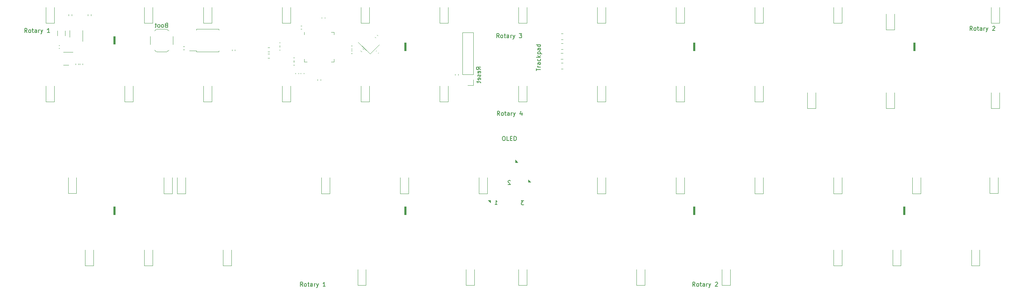
<source format=gbr>
%TF.GenerationSoftware,KiCad,Pcbnew,(6.0.7)*%
%TF.CreationDate,2023-02-03T16:15:22+01:00*%
%TF.ProjectId,alpha-curISO_rp2040,616c7068-612d-4637-9572-49534f5f7270,rev?*%
%TF.SameCoordinates,Original*%
%TF.FileFunction,Legend,Bot*%
%TF.FilePolarity,Positive*%
%FSLAX46Y46*%
G04 Gerber Fmt 4.6, Leading zero omitted, Abs format (unit mm)*
G04 Created by KiCad (PCBNEW (6.0.7)) date 2023-02-03 16:15:22*
%MOMM*%
%LPD*%
G01*
G04 APERTURE LIST*
%ADD10C,0.150000*%
%ADD11C,0.120000*%
%ADD12C,0.100000*%
G04 APERTURE END LIST*
D10*
X192516428Y-124658380D02*
X192183095Y-124182190D01*
X191945000Y-124658380D02*
X191945000Y-123658380D01*
X192325952Y-123658380D01*
X192421190Y-123706000D01*
X192468809Y-123753619D01*
X192516428Y-123848857D01*
X192516428Y-123991714D01*
X192468809Y-124086952D01*
X192421190Y-124134571D01*
X192325952Y-124182190D01*
X191945000Y-124182190D01*
X193087857Y-124658380D02*
X192992619Y-124610761D01*
X192945000Y-124563142D01*
X192897380Y-124467904D01*
X192897380Y-124182190D01*
X192945000Y-124086952D01*
X192992619Y-124039333D01*
X193087857Y-123991714D01*
X193230714Y-123991714D01*
X193325952Y-124039333D01*
X193373571Y-124086952D01*
X193421190Y-124182190D01*
X193421190Y-124467904D01*
X193373571Y-124563142D01*
X193325952Y-124610761D01*
X193230714Y-124658380D01*
X193087857Y-124658380D01*
X193706904Y-123991714D02*
X194087857Y-123991714D01*
X193849761Y-123658380D02*
X193849761Y-124515523D01*
X193897380Y-124610761D01*
X193992619Y-124658380D01*
X194087857Y-124658380D01*
X194849761Y-124658380D02*
X194849761Y-124134571D01*
X194802142Y-124039333D01*
X194706904Y-123991714D01*
X194516428Y-123991714D01*
X194421190Y-124039333D01*
X194849761Y-124610761D02*
X194754523Y-124658380D01*
X194516428Y-124658380D01*
X194421190Y-124610761D01*
X194373571Y-124515523D01*
X194373571Y-124420285D01*
X194421190Y-124325047D01*
X194516428Y-124277428D01*
X194754523Y-124277428D01*
X194849761Y-124229809D01*
X195325952Y-124658380D02*
X195325952Y-123991714D01*
X195325952Y-124182190D02*
X195373571Y-124086952D01*
X195421190Y-124039333D01*
X195516428Y-123991714D01*
X195611666Y-123991714D01*
X195849761Y-123991714D02*
X196087857Y-124658380D01*
X196325952Y-123991714D02*
X196087857Y-124658380D01*
X195992619Y-124896476D01*
X195945000Y-124944095D01*
X195849761Y-124991714D01*
X197421190Y-123753619D02*
X197468809Y-123706000D01*
X197564047Y-123658380D01*
X197802142Y-123658380D01*
X197897380Y-123706000D01*
X197945000Y-123753619D01*
X197992619Y-123848857D01*
X197992619Y-123944095D01*
X197945000Y-124086952D01*
X197373571Y-124658380D01*
X197992619Y-124658380D01*
X64619047Y-61396571D02*
X64476190Y-61444190D01*
X64428571Y-61491809D01*
X64380952Y-61587047D01*
X64380952Y-61729904D01*
X64428571Y-61825142D01*
X64476190Y-61872761D01*
X64571428Y-61920380D01*
X64952380Y-61920380D01*
X64952380Y-60920380D01*
X64619047Y-60920380D01*
X64523809Y-60968000D01*
X64476190Y-61015619D01*
X64428571Y-61110857D01*
X64428571Y-61206095D01*
X64476190Y-61301333D01*
X64523809Y-61348952D01*
X64619047Y-61396571D01*
X64952380Y-61396571D01*
X63809523Y-61920380D02*
X63904761Y-61872761D01*
X63952380Y-61825142D01*
X64000000Y-61729904D01*
X64000000Y-61444190D01*
X63952380Y-61348952D01*
X63904761Y-61301333D01*
X63809523Y-61253714D01*
X63666666Y-61253714D01*
X63571428Y-61301333D01*
X63523809Y-61348952D01*
X63476190Y-61444190D01*
X63476190Y-61729904D01*
X63523809Y-61825142D01*
X63571428Y-61872761D01*
X63666666Y-61920380D01*
X63809523Y-61920380D01*
X62904761Y-61920380D02*
X63000000Y-61872761D01*
X63047619Y-61825142D01*
X63095238Y-61729904D01*
X63095238Y-61444190D01*
X63047619Y-61348952D01*
X63000000Y-61301333D01*
X62904761Y-61253714D01*
X62761904Y-61253714D01*
X62666666Y-61301333D01*
X62619047Y-61348952D01*
X62571428Y-61444190D01*
X62571428Y-61729904D01*
X62619047Y-61825142D01*
X62666666Y-61872761D01*
X62761904Y-61920380D01*
X62904761Y-61920380D01*
X62285714Y-61253714D02*
X61904761Y-61253714D01*
X62142857Y-60920380D02*
X62142857Y-61777523D01*
X62095238Y-61872761D01*
X62000000Y-61920380D01*
X61904761Y-61920380D01*
X30972428Y-63190380D02*
X30639095Y-62714190D01*
X30401000Y-63190380D02*
X30401000Y-62190380D01*
X30781952Y-62190380D01*
X30877190Y-62238000D01*
X30924809Y-62285619D01*
X30972428Y-62380857D01*
X30972428Y-62523714D01*
X30924809Y-62618952D01*
X30877190Y-62666571D01*
X30781952Y-62714190D01*
X30401000Y-62714190D01*
X31543857Y-63190380D02*
X31448619Y-63142761D01*
X31401000Y-63095142D01*
X31353380Y-62999904D01*
X31353380Y-62714190D01*
X31401000Y-62618952D01*
X31448619Y-62571333D01*
X31543857Y-62523714D01*
X31686714Y-62523714D01*
X31781952Y-62571333D01*
X31829571Y-62618952D01*
X31877190Y-62714190D01*
X31877190Y-62999904D01*
X31829571Y-63095142D01*
X31781952Y-63142761D01*
X31686714Y-63190380D01*
X31543857Y-63190380D01*
X32162904Y-62523714D02*
X32543857Y-62523714D01*
X32305761Y-62190380D02*
X32305761Y-63047523D01*
X32353380Y-63142761D01*
X32448619Y-63190380D01*
X32543857Y-63190380D01*
X33305761Y-63190380D02*
X33305761Y-62666571D01*
X33258142Y-62571333D01*
X33162904Y-62523714D01*
X32972428Y-62523714D01*
X32877190Y-62571333D01*
X33305761Y-63142761D02*
X33210523Y-63190380D01*
X32972428Y-63190380D01*
X32877190Y-63142761D01*
X32829571Y-63047523D01*
X32829571Y-62952285D01*
X32877190Y-62857047D01*
X32972428Y-62809428D01*
X33210523Y-62809428D01*
X33305761Y-62761809D01*
X33781952Y-63190380D02*
X33781952Y-62523714D01*
X33781952Y-62714190D02*
X33829571Y-62618952D01*
X33877190Y-62571333D01*
X33972428Y-62523714D01*
X34067666Y-62523714D01*
X34305761Y-62523714D02*
X34543857Y-63190380D01*
X34781952Y-62523714D02*
X34543857Y-63190380D01*
X34448619Y-63428476D01*
X34401000Y-63476095D01*
X34305761Y-63523714D01*
X36448619Y-63190380D02*
X35877190Y-63190380D01*
X36162904Y-63190380D02*
X36162904Y-62190380D01*
X36067666Y-62333238D01*
X35972428Y-62428476D01*
X35877190Y-62476095D01*
X147859714Y-99115619D02*
X147812095Y-99068000D01*
X147716857Y-99020380D01*
X147478761Y-99020380D01*
X147383523Y-99068000D01*
X147335904Y-99115619D01*
X147288285Y-99210857D01*
X147288285Y-99306095D01*
X147335904Y-99448952D01*
X147907333Y-100020380D01*
X147288285Y-100020380D01*
X154138380Y-72453095D02*
X154138380Y-71881666D01*
X155138380Y-72167380D02*
X154138380Y-72167380D01*
X155138380Y-71548333D02*
X154471714Y-71548333D01*
X154662190Y-71548333D02*
X154566952Y-71500714D01*
X154519333Y-71453095D01*
X154471714Y-71357857D01*
X154471714Y-71262619D01*
X155138380Y-70500714D02*
X154614571Y-70500714D01*
X154519333Y-70548333D01*
X154471714Y-70643571D01*
X154471714Y-70834047D01*
X154519333Y-70929285D01*
X155090761Y-70500714D02*
X155138380Y-70595952D01*
X155138380Y-70834047D01*
X155090761Y-70929285D01*
X154995523Y-70976904D01*
X154900285Y-70976904D01*
X154805047Y-70929285D01*
X154757428Y-70834047D01*
X154757428Y-70595952D01*
X154709809Y-70500714D01*
X155090761Y-69595952D02*
X155138380Y-69691190D01*
X155138380Y-69881666D01*
X155090761Y-69976904D01*
X155043142Y-70024523D01*
X154947904Y-70072142D01*
X154662190Y-70072142D01*
X154566952Y-70024523D01*
X154519333Y-69976904D01*
X154471714Y-69881666D01*
X154471714Y-69691190D01*
X154519333Y-69595952D01*
X155138380Y-69167380D02*
X154138380Y-69167380D01*
X154757428Y-69072142D02*
X155138380Y-68786428D01*
X154471714Y-68786428D02*
X154852666Y-69167380D01*
X154471714Y-68357857D02*
X155471714Y-68357857D01*
X154519333Y-68357857D02*
X154471714Y-68262619D01*
X154471714Y-68072142D01*
X154519333Y-67976904D01*
X154566952Y-67929285D01*
X154662190Y-67881666D01*
X154947904Y-67881666D01*
X155043142Y-67929285D01*
X155090761Y-67976904D01*
X155138380Y-68072142D01*
X155138380Y-68262619D01*
X155090761Y-68357857D01*
X155138380Y-67024523D02*
X154614571Y-67024523D01*
X154519333Y-67072142D01*
X154471714Y-67167380D01*
X154471714Y-67357857D01*
X154519333Y-67453095D01*
X155090761Y-67024523D02*
X155138380Y-67119761D01*
X155138380Y-67357857D01*
X155090761Y-67453095D01*
X154995523Y-67500714D01*
X154900285Y-67500714D01*
X154805047Y-67453095D01*
X154757428Y-67357857D01*
X154757428Y-67119761D01*
X154709809Y-67024523D01*
X155138380Y-66119761D02*
X154138380Y-66119761D01*
X155090761Y-66119761D02*
X155138380Y-66215000D01*
X155138380Y-66405476D01*
X155090761Y-66500714D01*
X155043142Y-66548333D01*
X154947904Y-66595952D01*
X154662190Y-66595952D01*
X154566952Y-66548333D01*
X154519333Y-66500714D01*
X154471714Y-66405476D01*
X154471714Y-66215000D01*
X154519333Y-66119761D01*
X145272428Y-83256380D02*
X144939095Y-82780190D01*
X144701000Y-83256380D02*
X144701000Y-82256380D01*
X145081952Y-82256380D01*
X145177190Y-82304000D01*
X145224809Y-82351619D01*
X145272428Y-82446857D01*
X145272428Y-82589714D01*
X145224809Y-82684952D01*
X145177190Y-82732571D01*
X145081952Y-82780190D01*
X144701000Y-82780190D01*
X145843857Y-83256380D02*
X145748619Y-83208761D01*
X145701000Y-83161142D01*
X145653380Y-83065904D01*
X145653380Y-82780190D01*
X145701000Y-82684952D01*
X145748619Y-82637333D01*
X145843857Y-82589714D01*
X145986714Y-82589714D01*
X146081952Y-82637333D01*
X146129571Y-82684952D01*
X146177190Y-82780190D01*
X146177190Y-83065904D01*
X146129571Y-83161142D01*
X146081952Y-83208761D01*
X145986714Y-83256380D01*
X145843857Y-83256380D01*
X146462904Y-82589714D02*
X146843857Y-82589714D01*
X146605761Y-82256380D02*
X146605761Y-83113523D01*
X146653380Y-83208761D01*
X146748619Y-83256380D01*
X146843857Y-83256380D01*
X147605761Y-83256380D02*
X147605761Y-82732571D01*
X147558142Y-82637333D01*
X147462904Y-82589714D01*
X147272428Y-82589714D01*
X147177190Y-82637333D01*
X147605761Y-83208761D02*
X147510523Y-83256380D01*
X147272428Y-83256380D01*
X147177190Y-83208761D01*
X147129571Y-83113523D01*
X147129571Y-83018285D01*
X147177190Y-82923047D01*
X147272428Y-82875428D01*
X147510523Y-82875428D01*
X147605761Y-82827809D01*
X148081952Y-83256380D02*
X148081952Y-82589714D01*
X148081952Y-82780190D02*
X148129571Y-82684952D01*
X148177190Y-82637333D01*
X148272428Y-82589714D01*
X148367666Y-82589714D01*
X148605761Y-82589714D02*
X148843857Y-83256380D01*
X149081952Y-82589714D02*
X148843857Y-83256380D01*
X148748619Y-83494476D01*
X148701000Y-83542095D01*
X148605761Y-83589714D01*
X150653380Y-82589714D02*
X150653380Y-83256380D01*
X150415285Y-82208761D02*
X150177190Y-82923047D01*
X150796238Y-82923047D01*
X145145428Y-64460380D02*
X144812095Y-63984190D01*
X144574000Y-64460380D02*
X144574000Y-63460380D01*
X144954952Y-63460380D01*
X145050190Y-63508000D01*
X145097809Y-63555619D01*
X145145428Y-63650857D01*
X145145428Y-63793714D01*
X145097809Y-63888952D01*
X145050190Y-63936571D01*
X144954952Y-63984190D01*
X144574000Y-63984190D01*
X145716857Y-64460380D02*
X145621619Y-64412761D01*
X145574000Y-64365142D01*
X145526380Y-64269904D01*
X145526380Y-63984190D01*
X145574000Y-63888952D01*
X145621619Y-63841333D01*
X145716857Y-63793714D01*
X145859714Y-63793714D01*
X145954952Y-63841333D01*
X146002571Y-63888952D01*
X146050190Y-63984190D01*
X146050190Y-64269904D01*
X146002571Y-64365142D01*
X145954952Y-64412761D01*
X145859714Y-64460380D01*
X145716857Y-64460380D01*
X146335904Y-63793714D02*
X146716857Y-63793714D01*
X146478761Y-63460380D02*
X146478761Y-64317523D01*
X146526380Y-64412761D01*
X146621619Y-64460380D01*
X146716857Y-64460380D01*
X147478761Y-64460380D02*
X147478761Y-63936571D01*
X147431142Y-63841333D01*
X147335904Y-63793714D01*
X147145428Y-63793714D01*
X147050190Y-63841333D01*
X147478761Y-64412761D02*
X147383523Y-64460380D01*
X147145428Y-64460380D01*
X147050190Y-64412761D01*
X147002571Y-64317523D01*
X147002571Y-64222285D01*
X147050190Y-64127047D01*
X147145428Y-64079428D01*
X147383523Y-64079428D01*
X147478761Y-64031809D01*
X147954952Y-64460380D02*
X147954952Y-63793714D01*
X147954952Y-63984190D02*
X148002571Y-63888952D01*
X148050190Y-63841333D01*
X148145428Y-63793714D01*
X148240666Y-63793714D01*
X148478761Y-63793714D02*
X148716857Y-64460380D01*
X148954952Y-63793714D02*
X148716857Y-64460380D01*
X148621619Y-64698476D01*
X148574000Y-64746095D01*
X148478761Y-64793714D01*
X150002571Y-63460380D02*
X150621619Y-63460380D01*
X150288285Y-63841333D01*
X150431142Y-63841333D01*
X150526380Y-63888952D01*
X150574000Y-63936571D01*
X150621619Y-64031809D01*
X150621619Y-64269904D01*
X150574000Y-64365142D01*
X150526380Y-64412761D01*
X150431142Y-64460380D01*
X150145428Y-64460380D01*
X150050190Y-64412761D01*
X150002571Y-64365142D01*
X97647428Y-124658380D02*
X97314095Y-124182190D01*
X97076000Y-124658380D02*
X97076000Y-123658380D01*
X97456952Y-123658380D01*
X97552190Y-123706000D01*
X97599809Y-123753619D01*
X97647428Y-123848857D01*
X97647428Y-123991714D01*
X97599809Y-124086952D01*
X97552190Y-124134571D01*
X97456952Y-124182190D01*
X97076000Y-124182190D01*
X98218857Y-124658380D02*
X98123619Y-124610761D01*
X98076000Y-124563142D01*
X98028380Y-124467904D01*
X98028380Y-124182190D01*
X98076000Y-124086952D01*
X98123619Y-124039333D01*
X98218857Y-123991714D01*
X98361714Y-123991714D01*
X98456952Y-124039333D01*
X98504571Y-124086952D01*
X98552190Y-124182190D01*
X98552190Y-124467904D01*
X98504571Y-124563142D01*
X98456952Y-124610761D01*
X98361714Y-124658380D01*
X98218857Y-124658380D01*
X98837904Y-123991714D02*
X99218857Y-123991714D01*
X98980761Y-123658380D02*
X98980761Y-124515523D01*
X99028380Y-124610761D01*
X99123619Y-124658380D01*
X99218857Y-124658380D01*
X99980761Y-124658380D02*
X99980761Y-124134571D01*
X99933142Y-124039333D01*
X99837904Y-123991714D01*
X99647428Y-123991714D01*
X99552190Y-124039333D01*
X99980761Y-124610761D02*
X99885523Y-124658380D01*
X99647428Y-124658380D01*
X99552190Y-124610761D01*
X99504571Y-124515523D01*
X99504571Y-124420285D01*
X99552190Y-124325047D01*
X99647428Y-124277428D01*
X99885523Y-124277428D01*
X99980761Y-124229809D01*
X100456952Y-124658380D02*
X100456952Y-123991714D01*
X100456952Y-124182190D02*
X100504571Y-124086952D01*
X100552190Y-124039333D01*
X100647428Y-123991714D01*
X100742666Y-123991714D01*
X100980761Y-123991714D02*
X101218857Y-124658380D01*
X101456952Y-123991714D02*
X101218857Y-124658380D01*
X101123619Y-124896476D01*
X101076000Y-124944095D01*
X100980761Y-124991714D01*
X103123619Y-124658380D02*
X102552190Y-124658380D01*
X102837904Y-124658380D02*
X102837904Y-123658380D01*
X102742666Y-123801238D01*
X102647428Y-123896476D01*
X102552190Y-123944095D01*
X140660380Y-72167904D02*
X140184190Y-71834571D01*
X140660380Y-71596476D02*
X139660380Y-71596476D01*
X139660380Y-71977428D01*
X139708000Y-72072666D01*
X139755619Y-72120285D01*
X139850857Y-72167904D01*
X139993714Y-72167904D01*
X140088952Y-72120285D01*
X140136571Y-72072666D01*
X140184190Y-71977428D01*
X140184190Y-71596476D01*
X140612761Y-72977428D02*
X140660380Y-72882190D01*
X140660380Y-72691714D01*
X140612761Y-72596476D01*
X140517523Y-72548857D01*
X140136571Y-72548857D01*
X140041333Y-72596476D01*
X139993714Y-72691714D01*
X139993714Y-72882190D01*
X140041333Y-72977428D01*
X140136571Y-73025047D01*
X140231809Y-73025047D01*
X140327047Y-72548857D01*
X140612761Y-73406000D02*
X140660380Y-73501238D01*
X140660380Y-73691714D01*
X140612761Y-73786952D01*
X140517523Y-73834571D01*
X140469904Y-73834571D01*
X140374666Y-73786952D01*
X140327047Y-73691714D01*
X140327047Y-73548857D01*
X140279428Y-73453619D01*
X140184190Y-73406000D01*
X140136571Y-73406000D01*
X140041333Y-73453619D01*
X139993714Y-73548857D01*
X139993714Y-73691714D01*
X140041333Y-73786952D01*
X140612761Y-74644095D02*
X140660380Y-74548857D01*
X140660380Y-74358380D01*
X140612761Y-74263142D01*
X140517523Y-74215523D01*
X140136571Y-74215523D01*
X140041333Y-74263142D01*
X139993714Y-74358380D01*
X139993714Y-74548857D01*
X140041333Y-74644095D01*
X140136571Y-74691714D01*
X140231809Y-74691714D01*
X140327047Y-74215523D01*
X139993714Y-74977428D02*
X139993714Y-75358380D01*
X139660380Y-75120285D02*
X140517523Y-75120285D01*
X140612761Y-75167904D01*
X140660380Y-75263142D01*
X140660380Y-75358380D01*
X151128387Y-103903599D02*
X150509339Y-103903599D01*
X150842673Y-104284552D01*
X150699815Y-104284552D01*
X150604577Y-104332171D01*
X150556958Y-104379790D01*
X150509339Y-104475028D01*
X150509339Y-104713123D01*
X150556958Y-104808361D01*
X150604577Y-104855980D01*
X150699815Y-104903599D01*
X150985530Y-104903599D01*
X151080768Y-104855980D01*
X151128387Y-104808361D01*
X144113285Y-104846380D02*
X144684714Y-104846380D01*
X144399000Y-104846380D02*
X144399000Y-103846380D01*
X144494238Y-103989238D01*
X144589476Y-104084476D01*
X144684714Y-104132095D01*
X259572428Y-62682380D02*
X259239095Y-62206190D01*
X259001000Y-62682380D02*
X259001000Y-61682380D01*
X259381952Y-61682380D01*
X259477190Y-61730000D01*
X259524809Y-61777619D01*
X259572428Y-61872857D01*
X259572428Y-62015714D01*
X259524809Y-62110952D01*
X259477190Y-62158571D01*
X259381952Y-62206190D01*
X259001000Y-62206190D01*
X260143857Y-62682380D02*
X260048619Y-62634761D01*
X260001000Y-62587142D01*
X259953380Y-62491904D01*
X259953380Y-62206190D01*
X260001000Y-62110952D01*
X260048619Y-62063333D01*
X260143857Y-62015714D01*
X260286714Y-62015714D01*
X260381952Y-62063333D01*
X260429571Y-62110952D01*
X260477190Y-62206190D01*
X260477190Y-62491904D01*
X260429571Y-62587142D01*
X260381952Y-62634761D01*
X260286714Y-62682380D01*
X260143857Y-62682380D01*
X260762904Y-62015714D02*
X261143857Y-62015714D01*
X260905761Y-61682380D02*
X260905761Y-62539523D01*
X260953380Y-62634761D01*
X261048619Y-62682380D01*
X261143857Y-62682380D01*
X261905761Y-62682380D02*
X261905761Y-62158571D01*
X261858142Y-62063333D01*
X261762904Y-62015714D01*
X261572428Y-62015714D01*
X261477190Y-62063333D01*
X261905761Y-62634761D02*
X261810523Y-62682380D01*
X261572428Y-62682380D01*
X261477190Y-62634761D01*
X261429571Y-62539523D01*
X261429571Y-62444285D01*
X261477190Y-62349047D01*
X261572428Y-62301428D01*
X261810523Y-62301428D01*
X261905761Y-62253809D01*
X262381952Y-62682380D02*
X262381952Y-62015714D01*
X262381952Y-62206190D02*
X262429571Y-62110952D01*
X262477190Y-62063333D01*
X262572428Y-62015714D01*
X262667666Y-62015714D01*
X262905761Y-62015714D02*
X263143857Y-62682380D01*
X263381952Y-62015714D02*
X263143857Y-62682380D01*
X263048619Y-62920476D01*
X263001000Y-62968095D01*
X262905761Y-63015714D01*
X264477190Y-61777619D02*
X264524809Y-61730000D01*
X264620047Y-61682380D01*
X264858142Y-61682380D01*
X264953380Y-61730000D01*
X265001000Y-61777619D01*
X265048619Y-61872857D01*
X265048619Y-61968095D01*
X265001000Y-62110952D01*
X264429571Y-62682380D01*
X265048619Y-62682380D01*
%TO.C,OL1*%
X146185119Y-88352380D02*
X146375595Y-88352380D01*
X146470833Y-88400000D01*
X146566071Y-88495238D01*
X146613690Y-88685714D01*
X146613690Y-89019047D01*
X146566071Y-89209523D01*
X146470833Y-89304761D01*
X146375595Y-89352380D01*
X146185119Y-89352380D01*
X146089880Y-89304761D01*
X145994642Y-89209523D01*
X145947023Y-89019047D01*
X145947023Y-88685714D01*
X145994642Y-88495238D01*
X146089880Y-88400000D01*
X146185119Y-88352380D01*
X147518452Y-89352380D02*
X147042261Y-89352380D01*
X147042261Y-88352380D01*
X147851785Y-88828571D02*
X148185119Y-88828571D01*
X148327976Y-89352380D02*
X147851785Y-89352380D01*
X147851785Y-88352380D01*
X148327976Y-88352380D01*
X148756547Y-89352380D02*
X148756547Y-88352380D01*
X148994642Y-88352380D01*
X149137500Y-88400000D01*
X149232738Y-88495238D01*
X149280357Y-88590476D01*
X149327976Y-88780952D01*
X149327976Y-88923809D01*
X149280357Y-89114285D01*
X149232738Y-89209523D01*
X149137500Y-89304761D01*
X148994642Y-89352380D01*
X148756547Y-89352380D01*
D11*
%TO.C,D32*%
X187912500Y-79987500D02*
X187912500Y-76137500D01*
X189912500Y-79987500D02*
X187912500Y-79987500D01*
X189912500Y-79987500D02*
X189912500Y-76137500D01*
%TO.C,SW27*%
X64750000Y-62337500D02*
X62250000Y-62337500D01*
X64750000Y-67837500D02*
X62250000Y-67837500D01*
X60750000Y-64087500D02*
X60750000Y-66087500D01*
X61800000Y-67387500D02*
X62250000Y-67837500D01*
X65200000Y-62787500D02*
X64750000Y-62337500D01*
X66250000Y-64087500D02*
X66250000Y-66087500D01*
X65200000Y-67387500D02*
X64750000Y-67837500D01*
X61800000Y-62787500D02*
X62250000Y-62337500D01*
%TO.C,LED2*%
G36*
X149637500Y-94637500D02*
G01*
X149037500Y-94637500D01*
X149037500Y-94037500D01*
X149637500Y-94637500D01*
G37*
D12*
X149637500Y-94637500D02*
X149037500Y-94637500D01*
X149037500Y-94037500D01*
X149637500Y-94637500D01*
D11*
%TO.C,D2*%
X37512500Y-79987500D02*
X35512500Y-79987500D01*
X35512500Y-79987500D02*
X35512500Y-76137500D01*
X37512500Y-79987500D02*
X37512500Y-76137500D01*
%TO.C,R7*%
X111853940Y-67814341D02*
X111636659Y-67597060D01*
X112391341Y-67276940D02*
X112174060Y-67059659D01*
%TO.C,LED8*%
G36*
X192587500Y-107362500D02*
G01*
X192087500Y-107362500D01*
X192087500Y-105362500D01*
X192587500Y-105362500D01*
X192587500Y-107362500D01*
G37*
%TO.C,D11*%
X69262500Y-102212500D02*
X67262500Y-102212500D01*
X67262500Y-102212500D02*
X67262500Y-98362500D01*
X69262500Y-102212500D02*
X69262500Y-98362500D01*
%TO.C,C2*%
X115264693Y-64465810D02*
X115112190Y-64313307D01*
X115773810Y-63956693D02*
X115621307Y-63804190D01*
%TO.C,D9*%
X73612500Y-60937500D02*
X73612500Y-57087500D01*
X75612500Y-60937500D02*
X73612500Y-60937500D01*
X75612500Y-60937500D02*
X75612500Y-57087500D01*
%TO.C,D7*%
X66087500Y-102212500D02*
X64087500Y-102212500D01*
X66087500Y-102212500D02*
X66087500Y-98362500D01*
X64087500Y-102212500D02*
X64087500Y-98362500D01*
%TO.C,C10*%
X95611836Y-70019500D02*
X95396164Y-70019500D01*
X95611836Y-69299500D02*
X95396164Y-69299500D01*
%TO.C,C14*%
X109366164Y-67585000D02*
X109581836Y-67585000D01*
X109366164Y-68305000D02*
X109581836Y-68305000D01*
%TO.C,D24*%
X151812500Y-124437500D02*
X151812500Y-120587500D01*
X151812500Y-124437500D02*
X149812500Y-124437500D01*
X149812500Y-124437500D02*
X149812500Y-120587500D01*
%TO.C,UR1*%
X160110436Y-67251250D02*
X160564564Y-67251250D01*
X160110436Y-65781250D02*
X160564564Y-65781250D01*
%TO.C,D42*%
X240712500Y-62525000D02*
X238712500Y-62525000D01*
X238712500Y-62525000D02*
X238712500Y-58675000D01*
X240712500Y-62525000D02*
X240712500Y-58675000D01*
%TO.C,D44*%
X247062500Y-102212500D02*
X245062500Y-102212500D01*
X245062500Y-102212500D02*
X245062500Y-98362500D01*
X247062500Y-102212500D02*
X247062500Y-98362500D01*
%TO.C,D5*%
X59325000Y-60937500D02*
X59325000Y-57087500D01*
X61325000Y-60937500D02*
X61325000Y-57087500D01*
X61325000Y-60937500D02*
X59325000Y-60937500D01*
%TO.C,D23*%
X137112500Y-124437500D02*
X137112500Y-120587500D01*
X139112500Y-124437500D02*
X139112500Y-120587500D01*
X139112500Y-124437500D02*
X137112500Y-124437500D01*
%TO.C,D49*%
X261350000Y-119675000D02*
X259350000Y-119675000D01*
X261350000Y-119675000D02*
X261350000Y-115825000D01*
X259350000Y-119675000D02*
X259350000Y-115825000D01*
%TO.C,C1*%
X116027810Y-67996307D02*
X115875307Y-68148810D01*
X115518693Y-67487190D02*
X115366190Y-67639693D01*
%TO.C,D25*%
X149812500Y-60937500D02*
X149812500Y-57087500D01*
X151812500Y-60937500D02*
X149812500Y-60937500D01*
X151812500Y-60937500D02*
X151812500Y-57087500D01*
%TO.C,C5*%
X44429000Y-70758164D02*
X44429000Y-70973836D01*
X43709000Y-70758164D02*
X43709000Y-70973836D01*
%TO.C,D13*%
X94662500Y-60937500D02*
X92662500Y-60937500D01*
X92662500Y-60937500D02*
X92662500Y-57087500D01*
X94662500Y-60937500D02*
X94662500Y-57087500D01*
%TO.C,D39*%
X221662500Y-81575000D02*
X219662500Y-81575000D01*
X221662500Y-81575000D02*
X221662500Y-77725000D01*
X219662500Y-81575000D02*
X219662500Y-77725000D01*
%TO.C,C18*%
X160598752Y-69632500D02*
X160076248Y-69632500D01*
X160598752Y-68162500D02*
X160076248Y-68162500D01*
%TO.C,D19*%
X110918750Y-124437500D02*
X110918750Y-120587500D01*
X112918750Y-124437500D02*
X110918750Y-124437500D01*
X112918750Y-124437500D02*
X112918750Y-120587500D01*
%TO.C,LED4*%
G36*
X122737500Y-67675000D02*
G01*
X122237500Y-67675000D01*
X122237500Y-65675000D01*
X122737500Y-65675000D01*
X122737500Y-67675000D01*
G37*
%TO.C,Y1*%
X116245940Y-66033487D02*
X113912487Y-68366940D01*
X113912487Y-68366940D02*
X111084060Y-65538513D01*
%TO.C,U3*%
X40386000Y-67909000D02*
X39736000Y-67909000D01*
X40386000Y-71029000D02*
X41036000Y-71029000D01*
X40386000Y-71029000D02*
X39736000Y-71029000D01*
X40386000Y-67909000D02*
X42061000Y-67909000D01*
%TO.C,C16*%
X95906000Y-72980664D02*
X95906000Y-73196336D01*
X96626000Y-72980664D02*
X96626000Y-73196336D01*
%TO.C,D46*%
X266112500Y-60937500D02*
X264112500Y-60937500D01*
X266112500Y-60937500D02*
X266112500Y-57087500D01*
X264112500Y-60937500D02*
X264112500Y-57087500D01*
%TO.C,D21*%
X130762500Y-79987500D02*
X130762500Y-76137500D01*
X132762500Y-79987500D02*
X130762500Y-79987500D01*
X132762500Y-79987500D02*
X132762500Y-76137500D01*
%TO.C,C13*%
X102256000Y-59734336D02*
X102256000Y-59518664D01*
X102976000Y-59734336D02*
X102976000Y-59518664D01*
%TO.C,D48*%
X265795000Y-102149000D02*
X265795000Y-98299000D01*
X265795000Y-102149000D02*
X263795000Y-102149000D01*
X263795000Y-102149000D02*
X263795000Y-98299000D01*
%TO.C,D40*%
X228012500Y-102212500D02*
X228012500Y-98362500D01*
X228012500Y-102212500D02*
X226012500Y-102212500D01*
X226012500Y-102212500D02*
X226012500Y-98362500D01*
%TO.C,D35*%
X208962500Y-60937500D02*
X206962500Y-60937500D01*
X206962500Y-60937500D02*
X206962500Y-57087500D01*
X208962500Y-60937500D02*
X208962500Y-57087500D01*
%TO.C,LED6*%
G36*
X245864000Y-67675000D02*
G01*
X245364000Y-67675000D01*
X245364000Y-65675000D01*
X245864000Y-65675000D01*
X245864000Y-67675000D01*
G37*
%TO.C,D26*%
X149812500Y-79987500D02*
X149812500Y-76137500D01*
X151812500Y-79987500D02*
X149812500Y-79987500D01*
X151812500Y-79987500D02*
X151812500Y-76137500D01*
%TO.C,R3*%
X134499020Y-73231639D02*
X134499020Y-73538921D01*
X135259020Y-73231639D02*
X135259020Y-73538921D01*
%TO.C,D22*%
X142287500Y-102212500D02*
X142287500Y-98362500D01*
X142287500Y-102212500D02*
X140287500Y-102212500D01*
X140287500Y-102212500D02*
X140287500Y-98362500D01*
%TO.C,D14*%
X94662500Y-79987500D02*
X92662500Y-79987500D01*
X94662500Y-79987500D02*
X94662500Y-76137500D01*
X92662500Y-79987500D02*
X92662500Y-76137500D01*
%TO.C,LED3*%
G36*
X152812500Y-99400000D02*
G01*
X152212500Y-99400000D01*
X152212500Y-98800000D01*
X152812500Y-99400000D01*
G37*
D12*
X152812500Y-99400000D02*
X152212500Y-99400000D01*
X152212500Y-98800000D01*
X152812500Y-99400000D01*
D11*
%TO.C,UR2*%
X160110436Y-64870000D02*
X160564564Y-64870000D01*
X160110436Y-63400000D02*
X160564564Y-63400000D01*
%TO.C,C7*%
X95611836Y-70315500D02*
X95396164Y-70315500D01*
X95611836Y-71035500D02*
X95396164Y-71035500D01*
%TO.C,C15*%
X92182836Y-66696000D02*
X91967164Y-66696000D01*
X92182836Y-67416000D02*
X91967164Y-67416000D01*
%TO.C,R2*%
X89170742Y-69356500D02*
X89645258Y-69356500D01*
X89170742Y-68311500D02*
X89645258Y-68311500D01*
%TO.C,R6*%
X68710860Y-66605273D02*
X69018142Y-66605273D01*
X68710860Y-67365273D02*
X69018142Y-67365273D01*
%TO.C,D36*%
X206962500Y-79987500D02*
X206962500Y-76137500D01*
X208962500Y-79987500D02*
X206962500Y-79987500D01*
X208962500Y-79987500D02*
X208962500Y-76137500D01*
%TO.C,D6*%
X56562500Y-79987500D02*
X54562500Y-79987500D01*
X54562500Y-79987500D02*
X54562500Y-76137500D01*
X56562500Y-79987500D02*
X56562500Y-76137500D01*
%TO.C,U2*%
X71887500Y-67812500D02*
X71887500Y-67552500D01*
X74612500Y-62362500D02*
X77337500Y-62362500D01*
X74612500Y-62362500D02*
X71887500Y-62362500D01*
X71887500Y-67552500D02*
X70212500Y-67552500D01*
X71887500Y-62362500D02*
X71887500Y-62622500D01*
X77337500Y-67812500D02*
X77337500Y-67552500D01*
X74612500Y-67812500D02*
X77337500Y-67812500D01*
X74612500Y-67812500D02*
X71887500Y-67812500D01*
X77337500Y-62362500D02*
X77337500Y-62622500D01*
%TO.C,C3*%
X80539000Y-67329164D02*
X80539000Y-67544836D01*
X81259000Y-67329164D02*
X81259000Y-67544836D01*
%TO.C,C8*%
X97176000Y-72980664D02*
X97176000Y-73196336D01*
X97896000Y-72980664D02*
X97896000Y-73196336D01*
%TO.C,D37*%
X208962500Y-102212500D02*
X206962500Y-102212500D01*
X208962500Y-102212500D02*
X208962500Y-98362500D01*
X206962500Y-102212500D02*
X206962500Y-98362500D01*
%TO.C,D38*%
X226012500Y-60937500D02*
X226012500Y-57087500D01*
X228012500Y-60937500D02*
X226012500Y-60937500D01*
X228012500Y-60937500D02*
X228012500Y-57087500D01*
%TO.C,R1*%
X89170742Y-66787500D02*
X89645258Y-66787500D01*
X89170742Y-67832500D02*
X89645258Y-67832500D01*
%TO.C,D31*%
X189912500Y-60937500D02*
X189912500Y-57087500D01*
X187912500Y-60937500D02*
X187912500Y-57087500D01*
X189912500Y-60937500D02*
X187912500Y-60937500D01*
%TO.C,D47*%
X266112500Y-81575000D02*
X266112500Y-77725000D01*
X266112500Y-81575000D02*
X264112500Y-81575000D01*
X264112500Y-81575000D02*
X264112500Y-77725000D01*
%TO.C,C9*%
X109366164Y-66442000D02*
X109581836Y-66442000D01*
X109366164Y-67162000D02*
X109581836Y-67162000D01*
%TO.C,D20*%
X132762500Y-60937500D02*
X130762500Y-60937500D01*
X132762500Y-60937500D02*
X132762500Y-57087500D01*
X130762500Y-60937500D02*
X130762500Y-57087500D01*
%TO.C,U4*%
X44422500Y-63500000D02*
X44422500Y-65300000D01*
X41302500Y-63500000D02*
X41302500Y-62700000D01*
X41302500Y-63500000D02*
X41302500Y-64300000D01*
X44422500Y-63500000D02*
X44422500Y-62700000D01*
%TO.C,F1*%
X38333000Y-62770936D02*
X38333000Y-63975064D01*
X40153000Y-62770936D02*
X40153000Y-63975064D01*
%TO.C,C6*%
X42693000Y-70758164D02*
X42693000Y-70973836D01*
X43413000Y-70758164D02*
X43413000Y-70973836D01*
%TO.C,D17*%
X113712500Y-79987500D02*
X113712500Y-76137500D01*
X111712500Y-79987500D02*
X111712500Y-76137500D01*
X113712500Y-79987500D02*
X111712500Y-79987500D01*
%TO.C,C4*%
X38842836Y-67035000D02*
X38627164Y-67035000D01*
X38842836Y-66315000D02*
X38627164Y-66315000D01*
%TO.C,LED5*%
G36*
X192587500Y-67675000D02*
G01*
X192087500Y-67675000D01*
X192087500Y-65675000D01*
X192587500Y-65675000D01*
X192587500Y-67675000D01*
G37*
%TO.C,D29*%
X170862500Y-102212500D02*
X168862500Y-102212500D01*
X170862500Y-102212500D02*
X170862500Y-98362500D01*
X168862500Y-102212500D02*
X168862500Y-98362500D01*
%TO.C,D8*%
X59325000Y-119675000D02*
X59325000Y-115825000D01*
X61325000Y-119675000D02*
X61325000Y-115825000D01*
X61325000Y-119675000D02*
X59325000Y-119675000D01*
%TO.C,LED9*%
G36*
X122737500Y-107362500D02*
G01*
X122237500Y-107362500D01*
X122237500Y-105362500D01*
X122737500Y-105362500D01*
X122737500Y-107362500D01*
G37*
%TO.C,R4*%
X41782000Y-58774359D02*
X41782000Y-59081641D01*
X41022000Y-58774359D02*
X41022000Y-59081641D01*
%TO.C,D41*%
X228012500Y-119675000D02*
X228012500Y-115825000D01*
X226012500Y-119675000D02*
X226012500Y-115825000D01*
X228012500Y-119675000D02*
X226012500Y-119675000D01*
%TO.C,D3*%
X40910000Y-102149000D02*
X40910000Y-98299000D01*
X42910000Y-102149000D02*
X40910000Y-102149000D01*
X42910000Y-102149000D02*
X42910000Y-98299000D01*
%TO.C,R5*%
X45657500Y-58774359D02*
X45657500Y-59081641D01*
X46417500Y-58774359D02*
X46417500Y-59081641D01*
%TO.C,LED10*%
G36*
X52387500Y-107362500D02*
G01*
X51887500Y-107362500D01*
X51887500Y-105362500D01*
X52387500Y-105362500D01*
X52387500Y-107362500D01*
G37*
%TO.C,LED1*%
G36*
X143062500Y-104400000D02*
G01*
X142462500Y-103800000D01*
X143062500Y-103800000D01*
X143062500Y-104400000D01*
G37*
D12*
X143062500Y-104400000D02*
X142462500Y-103800000D01*
X143062500Y-103800000D01*
X143062500Y-104400000D01*
D11*
%TO.C,D4*%
X45037500Y-119675000D02*
X45037500Y-115825000D01*
X47037500Y-119675000D02*
X45037500Y-119675000D01*
X47037500Y-119675000D02*
X47037500Y-115825000D01*
%TO.C,D1*%
X35512500Y-60937500D02*
X35512500Y-57087500D01*
X37512500Y-60937500D02*
X37512500Y-57087500D01*
X37512500Y-60937500D02*
X35512500Y-60937500D01*
%TO.C,LED7*%
G36*
X243387500Y-107362500D02*
G01*
X242887500Y-107362500D01*
X242887500Y-105362500D01*
X243387500Y-105362500D01*
X243387500Y-107362500D01*
G37*
%TO.C,D34*%
X199025000Y-124437500D02*
X199025000Y-120587500D01*
X201025000Y-124437500D02*
X201025000Y-120587500D01*
X201025000Y-124437500D02*
X199025000Y-124437500D01*
%TO.C,C11*%
X101960000Y-74550414D02*
X101960000Y-74766086D01*
X101240000Y-74550414D02*
X101240000Y-74766086D01*
%TO.C,D30*%
X180387500Y-124437500D02*
X178387500Y-124437500D01*
X180387500Y-124437500D02*
X180387500Y-120587500D01*
X178387500Y-124437500D02*
X178387500Y-120587500D01*
%TO.C,C12*%
X92182836Y-65680000D02*
X91967164Y-65680000D01*
X92182836Y-66400000D02*
X91967164Y-66400000D01*
%TO.C,D18*%
X121237500Y-102212500D02*
X121237500Y-98362500D01*
X123237500Y-102212500D02*
X123237500Y-98362500D01*
X123237500Y-102212500D02*
X121237500Y-102212500D01*
%TO.C,D45*%
X240300000Y-119675000D02*
X240300000Y-115825000D01*
X242300000Y-119675000D02*
X240300000Y-119675000D01*
X242300000Y-119675000D02*
X242300000Y-115825000D01*
%TO.C,D33*%
X189912500Y-102212500D02*
X189912500Y-98362500D01*
X187912500Y-102212500D02*
X187912500Y-98362500D01*
X189912500Y-102212500D02*
X187912500Y-102212500D01*
%TO.C,D10*%
X73612500Y-79987500D02*
X73612500Y-76137500D01*
X75612500Y-79987500D02*
X75612500Y-76137500D01*
X75612500Y-79987500D02*
X73612500Y-79987500D01*
%TO.C,D27*%
X168862500Y-60937500D02*
X168862500Y-57087500D01*
X170862500Y-60937500D02*
X170862500Y-57087500D01*
X170862500Y-60937500D02*
X168862500Y-60937500D01*
%TO.C,D12*%
X80375000Y-119675000D02*
X78375000Y-119675000D01*
X78375000Y-119675000D02*
X78375000Y-115825000D01*
X80375000Y-119675000D02*
X80375000Y-115825000D01*
%TO.C,D15*%
X104187500Y-102212500D02*
X102187500Y-102212500D01*
X102187500Y-102212500D02*
X102187500Y-98362500D01*
X104187500Y-102212500D02*
X104187500Y-98362500D01*
%TO.C,U1*%
X105210000Y-69635000D02*
X105210000Y-70285000D01*
X105210000Y-70285000D02*
X104560000Y-70285000D01*
X105210000Y-63065000D02*
X104560000Y-63065000D01*
X97990000Y-69635000D02*
X97990000Y-70285000D01*
X97990000Y-63715000D02*
X97990000Y-63065000D01*
X97990000Y-70285000D02*
X98640000Y-70285000D01*
X105210000Y-63715000D02*
X105210000Y-63065000D01*
%TO.C,D16*%
X113712500Y-60937500D02*
X113712500Y-57087500D01*
X111712500Y-60937500D02*
X111712500Y-57087500D01*
X113712500Y-60937500D02*
X111712500Y-60937500D01*
%TO.C,J1*%
X138896000Y-75976000D02*
X138896000Y-74646000D01*
X137566000Y-75976000D02*
X138896000Y-75976000D01*
X136236000Y-63156000D02*
X138896000Y-63156000D01*
X136236000Y-73376000D02*
X136236000Y-63156000D01*
X136236000Y-73376000D02*
X138896000Y-73376000D01*
X138896000Y-73376000D02*
X138896000Y-63156000D01*
%TO.C,D28*%
X170862500Y-79987500D02*
X168862500Y-79987500D01*
X168862500Y-79987500D02*
X168862500Y-76137500D01*
X170862500Y-79987500D02*
X170862500Y-76137500D01*
%TO.C,D43*%
X240712500Y-81575000D02*
X240712500Y-77725000D01*
X238712500Y-81575000D02*
X238712500Y-77725000D01*
X240712500Y-81575000D02*
X238712500Y-81575000D01*
%TO.C,UR3*%
X160564564Y-72013750D02*
X160110436Y-72013750D01*
X160564564Y-70543750D02*
X160110436Y-70543750D01*
%TO.C,LED11*%
G36*
X52387500Y-66087500D02*
G01*
X51887500Y-66087500D01*
X51887500Y-64087500D01*
X52387500Y-64087500D01*
X52387500Y-66087500D01*
G37*
%TO.C,C17*%
X97389836Y-62336000D02*
X97174164Y-62336000D01*
X97389836Y-61616000D02*
X97174164Y-61616000D01*
%TD*%
M02*

</source>
